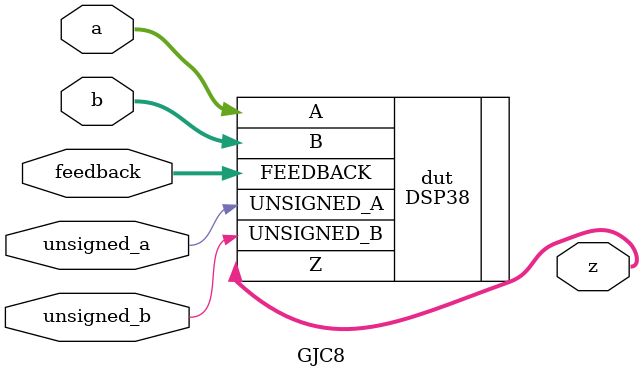
<source format=v>


module GJC8(
			a,
			b,
			z,
			feedback,
			unsigned_a,
			unsigned_b);

   input [19:0] a;            // 20-bit data input for multipluier or accumulator loading
   input [17:0] b;            // 18-bit data input for multiplication
   output [37:0] z;           // 38-bit data output
   input [2:0] 	 feedback;    // 3-bit feedback input selects coefficient
   input 	 unsigned_a;  // Selects signed or unsigned data for A input
   input 	 unsigned_b;   // Selects signed or unsigned data for B input

   DSP38 #(
			.DSP_MODE("MULTIPLY"),
			.OUTPUT_REG_EN("FALSE"),
			.INPUT_REG_EN("FALSE")
   )dut (
		   .A(a),
		   .B(b),
		   .Z(z),
		   .FEEDBACK(feedback),
		   .UNSIGNED_A(unsigned_a),
		   .UNSIGNED_B(unsigned_b)
		   );
   
endmodule

</source>
